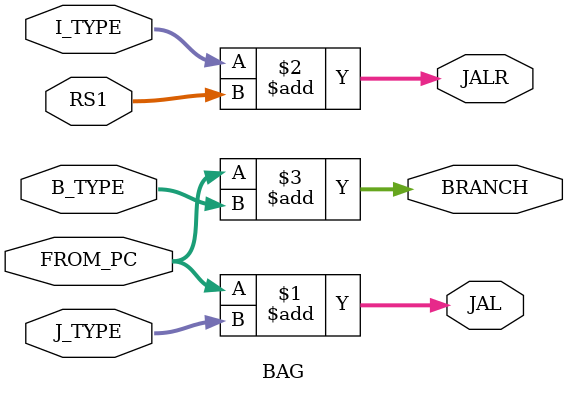
<source format=sv>
`timescale 1ns / 1ps

module BAG(
    input logic [31:0] RS1,
    input logic [31:0] I_TYPE,
    input logic [31:0] J_TYPE,
    input logic [31:0] B_TYPE,
    input logic [31:0] FROM_PC,
    output logic [31:0] JAL,
    output logic [31:0] JALR,
    output logic [31:0] BRANCH
    );
    
    // Assign Branch Addresses
    assign JAL = FROM_PC + J_TYPE;
    assign JALR = I_TYPE + RS1;
    assign BRANCH = FROM_PC + B_TYPE;
    
endmodule

</source>
